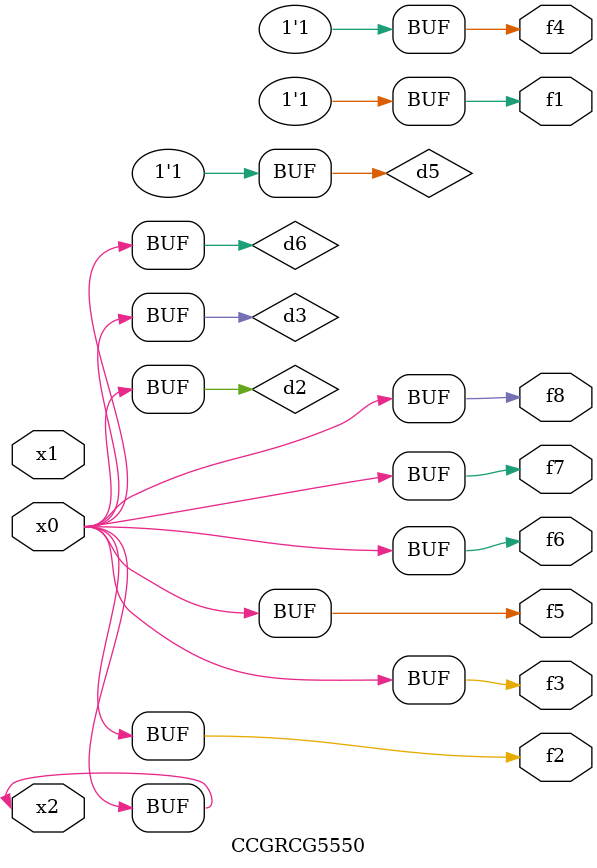
<source format=v>
module CCGRCG5550(
	input x0, x1, x2,
	output f1, f2, f3, f4, f5, f6, f7, f8
);

	wire d1, d2, d3, d4, d5, d6;

	xnor (d1, x2);
	buf (d2, x0, x2);
	and (d3, x0);
	xnor (d4, x1, x2);
	nand (d5, d1, d3);
	buf (d6, d2, d3);
	assign f1 = d5;
	assign f2 = d6;
	assign f3 = d6;
	assign f4 = d5;
	assign f5 = d6;
	assign f6 = d6;
	assign f7 = d6;
	assign f8 = d6;
endmodule

</source>
